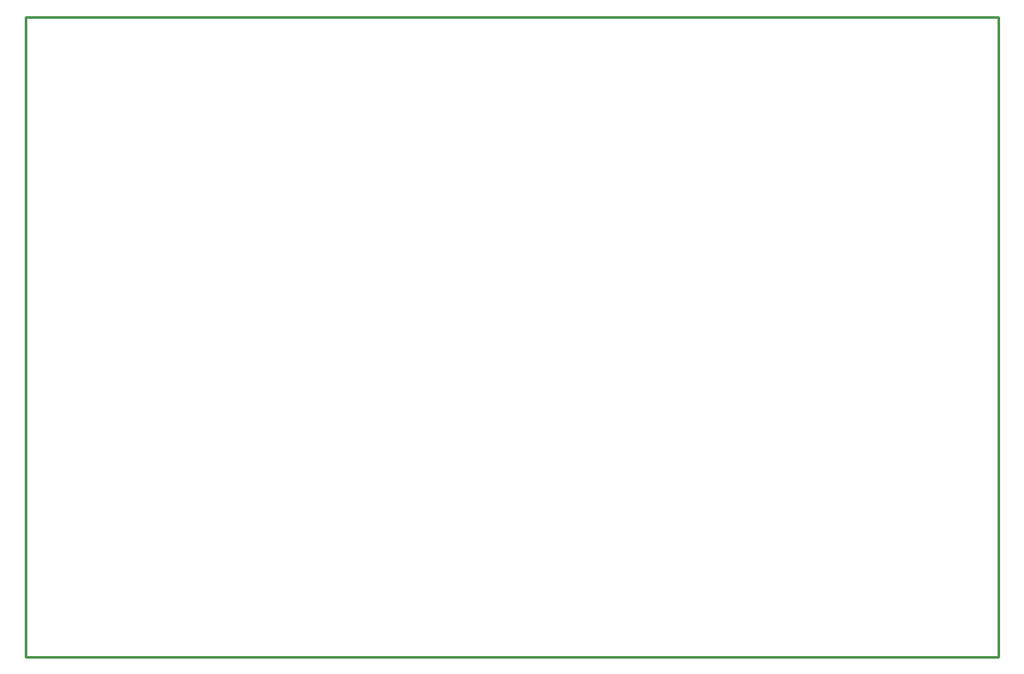
<source format=gbr>
G04 EAGLE Gerber RS-274X export*
G75*
%MOMM*%
%FSLAX34Y34*%
%LPD*%
%IN*%
%IPPOS*%
%AMOC8*
5,1,8,0,0,1.08239X$1,22.5*%
G01*
G04 Define Apertures*
%ADD10C,0.254000*%
D10*
X0Y0D02*
X965200Y0D01*
X965200Y635000D01*
X0Y635000D01*
X0Y0D01*
M02*

</source>
